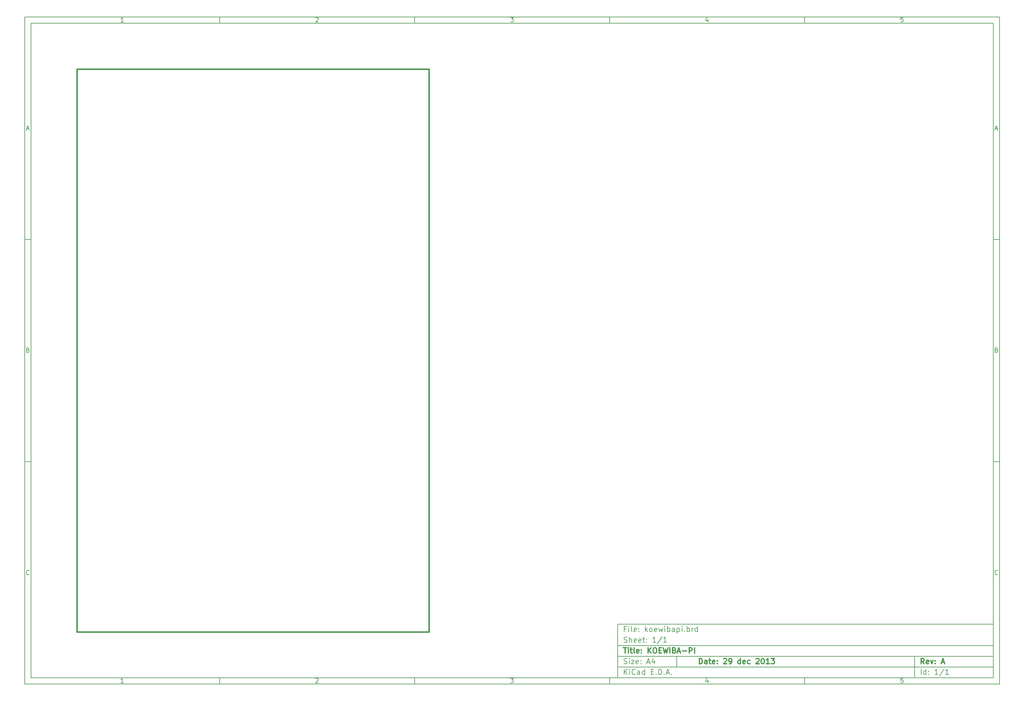
<source format=gbr>
G04 (created by PCBNEW-RS274X (2011-05-25)-stable) date So 29 Dez 2013 11:19:09 CET*
G01*
G70*
G90*
%MOIN*%
G04 Gerber Fmt 3.4, Leading zero omitted, Abs format*
%FSLAX34Y34*%
G04 APERTURE LIST*
%ADD10C,0.006000*%
%ADD11C,0.012000*%
%ADD12C,0.015000*%
G04 APERTURE END LIST*
G54D10*
X04000Y-04000D02*
X113000Y-04000D01*
X113000Y-78670D01*
X04000Y-78670D01*
X04000Y-04000D01*
X04700Y-04700D02*
X112300Y-04700D01*
X112300Y-77970D01*
X04700Y-77970D01*
X04700Y-04700D01*
X25800Y-04000D02*
X25800Y-04700D01*
X15043Y-04552D02*
X14757Y-04552D01*
X14900Y-04552D02*
X14900Y-04052D01*
X14852Y-04124D01*
X14805Y-04171D01*
X14757Y-04195D01*
X25800Y-78670D02*
X25800Y-77970D01*
X15043Y-78522D02*
X14757Y-78522D01*
X14900Y-78522D02*
X14900Y-78022D01*
X14852Y-78094D01*
X14805Y-78141D01*
X14757Y-78165D01*
X47600Y-04000D02*
X47600Y-04700D01*
X36557Y-04100D02*
X36581Y-04076D01*
X36629Y-04052D01*
X36748Y-04052D01*
X36795Y-04076D01*
X36819Y-04100D01*
X36843Y-04148D01*
X36843Y-04195D01*
X36819Y-04267D01*
X36533Y-04552D01*
X36843Y-04552D01*
X47600Y-78670D02*
X47600Y-77970D01*
X36557Y-78070D02*
X36581Y-78046D01*
X36629Y-78022D01*
X36748Y-78022D01*
X36795Y-78046D01*
X36819Y-78070D01*
X36843Y-78118D01*
X36843Y-78165D01*
X36819Y-78237D01*
X36533Y-78522D01*
X36843Y-78522D01*
X69400Y-04000D02*
X69400Y-04700D01*
X58333Y-04052D02*
X58643Y-04052D01*
X58476Y-04243D01*
X58548Y-04243D01*
X58595Y-04267D01*
X58619Y-04290D01*
X58643Y-04338D01*
X58643Y-04457D01*
X58619Y-04505D01*
X58595Y-04529D01*
X58548Y-04552D01*
X58405Y-04552D01*
X58357Y-04529D01*
X58333Y-04505D01*
X69400Y-78670D02*
X69400Y-77970D01*
X58333Y-78022D02*
X58643Y-78022D01*
X58476Y-78213D01*
X58548Y-78213D01*
X58595Y-78237D01*
X58619Y-78260D01*
X58643Y-78308D01*
X58643Y-78427D01*
X58619Y-78475D01*
X58595Y-78499D01*
X58548Y-78522D01*
X58405Y-78522D01*
X58357Y-78499D01*
X58333Y-78475D01*
X91200Y-04000D02*
X91200Y-04700D01*
X80395Y-04219D02*
X80395Y-04552D01*
X80276Y-04029D02*
X80157Y-04386D01*
X80467Y-04386D01*
X91200Y-78670D02*
X91200Y-77970D01*
X80395Y-78189D02*
X80395Y-78522D01*
X80276Y-77999D02*
X80157Y-78356D01*
X80467Y-78356D01*
X102219Y-04052D02*
X101981Y-04052D01*
X101957Y-04290D01*
X101981Y-04267D01*
X102029Y-04243D01*
X102148Y-04243D01*
X102195Y-04267D01*
X102219Y-04290D01*
X102243Y-04338D01*
X102243Y-04457D01*
X102219Y-04505D01*
X102195Y-04529D01*
X102148Y-04552D01*
X102029Y-04552D01*
X101981Y-04529D01*
X101957Y-04505D01*
X102219Y-78022D02*
X101981Y-78022D01*
X101957Y-78260D01*
X101981Y-78237D01*
X102029Y-78213D01*
X102148Y-78213D01*
X102195Y-78237D01*
X102219Y-78260D01*
X102243Y-78308D01*
X102243Y-78427D01*
X102219Y-78475D01*
X102195Y-78499D01*
X102148Y-78522D01*
X102029Y-78522D01*
X101981Y-78499D01*
X101957Y-78475D01*
X04000Y-28890D02*
X04700Y-28890D01*
X04231Y-16510D02*
X04469Y-16510D01*
X04184Y-16652D02*
X04350Y-16152D01*
X04517Y-16652D01*
X113000Y-28890D02*
X112300Y-28890D01*
X112531Y-16510D02*
X112769Y-16510D01*
X112484Y-16652D02*
X112650Y-16152D01*
X112817Y-16652D01*
X04000Y-53780D02*
X04700Y-53780D01*
X04386Y-41280D02*
X04457Y-41304D01*
X04481Y-41328D01*
X04505Y-41376D01*
X04505Y-41447D01*
X04481Y-41495D01*
X04457Y-41519D01*
X04410Y-41542D01*
X04219Y-41542D01*
X04219Y-41042D01*
X04386Y-41042D01*
X04433Y-41066D01*
X04457Y-41090D01*
X04481Y-41138D01*
X04481Y-41185D01*
X04457Y-41233D01*
X04433Y-41257D01*
X04386Y-41280D01*
X04219Y-41280D01*
X113000Y-53780D02*
X112300Y-53780D01*
X112686Y-41280D02*
X112757Y-41304D01*
X112781Y-41328D01*
X112805Y-41376D01*
X112805Y-41447D01*
X112781Y-41495D01*
X112757Y-41519D01*
X112710Y-41542D01*
X112519Y-41542D01*
X112519Y-41042D01*
X112686Y-41042D01*
X112733Y-41066D01*
X112757Y-41090D01*
X112781Y-41138D01*
X112781Y-41185D01*
X112757Y-41233D01*
X112733Y-41257D01*
X112686Y-41280D01*
X112519Y-41280D01*
X04505Y-66385D02*
X04481Y-66409D01*
X04410Y-66432D01*
X04362Y-66432D01*
X04290Y-66409D01*
X04243Y-66361D01*
X04219Y-66313D01*
X04195Y-66218D01*
X04195Y-66147D01*
X04219Y-66051D01*
X04243Y-66004D01*
X04290Y-65956D01*
X04362Y-65932D01*
X04410Y-65932D01*
X04481Y-65956D01*
X04505Y-65980D01*
X112805Y-66385D02*
X112781Y-66409D01*
X112710Y-66432D01*
X112662Y-66432D01*
X112590Y-66409D01*
X112543Y-66361D01*
X112519Y-66313D01*
X112495Y-66218D01*
X112495Y-66147D01*
X112519Y-66051D01*
X112543Y-66004D01*
X112590Y-65956D01*
X112662Y-65932D01*
X112710Y-65932D01*
X112781Y-65956D01*
X112805Y-65980D01*
G54D11*
X79443Y-76413D02*
X79443Y-75813D01*
X79586Y-75813D01*
X79671Y-75841D01*
X79729Y-75899D01*
X79757Y-75956D01*
X79786Y-76070D01*
X79786Y-76156D01*
X79757Y-76270D01*
X79729Y-76327D01*
X79671Y-76384D01*
X79586Y-76413D01*
X79443Y-76413D01*
X80300Y-76413D02*
X80300Y-76099D01*
X80271Y-76041D01*
X80214Y-76013D01*
X80100Y-76013D01*
X80043Y-76041D01*
X80300Y-76384D02*
X80243Y-76413D01*
X80100Y-76413D01*
X80043Y-76384D01*
X80014Y-76327D01*
X80014Y-76270D01*
X80043Y-76213D01*
X80100Y-76184D01*
X80243Y-76184D01*
X80300Y-76156D01*
X80500Y-76013D02*
X80729Y-76013D01*
X80586Y-75813D02*
X80586Y-76327D01*
X80614Y-76384D01*
X80672Y-76413D01*
X80729Y-76413D01*
X81157Y-76384D02*
X81100Y-76413D01*
X80986Y-76413D01*
X80929Y-76384D01*
X80900Y-76327D01*
X80900Y-76099D01*
X80929Y-76041D01*
X80986Y-76013D01*
X81100Y-76013D01*
X81157Y-76041D01*
X81186Y-76099D01*
X81186Y-76156D01*
X80900Y-76213D01*
X81443Y-76356D02*
X81471Y-76384D01*
X81443Y-76413D01*
X81414Y-76384D01*
X81443Y-76356D01*
X81443Y-76413D01*
X81443Y-76041D02*
X81471Y-76070D01*
X81443Y-76099D01*
X81414Y-76070D01*
X81443Y-76041D01*
X81443Y-76099D01*
X82157Y-75870D02*
X82186Y-75841D01*
X82243Y-75813D01*
X82386Y-75813D01*
X82443Y-75841D01*
X82472Y-75870D01*
X82500Y-75927D01*
X82500Y-75984D01*
X82472Y-76070D01*
X82129Y-76413D01*
X82500Y-76413D01*
X82785Y-76413D02*
X82900Y-76413D01*
X82957Y-76384D01*
X82985Y-76356D01*
X83043Y-76270D01*
X83071Y-76156D01*
X83071Y-75927D01*
X83043Y-75870D01*
X83014Y-75841D01*
X82957Y-75813D01*
X82843Y-75813D01*
X82785Y-75841D01*
X82757Y-75870D01*
X82728Y-75927D01*
X82728Y-76070D01*
X82757Y-76127D01*
X82785Y-76156D01*
X82843Y-76184D01*
X82957Y-76184D01*
X83014Y-76156D01*
X83043Y-76127D01*
X83071Y-76070D01*
X84042Y-76413D02*
X84042Y-75813D01*
X84042Y-76384D02*
X83985Y-76413D01*
X83871Y-76413D01*
X83813Y-76384D01*
X83785Y-76356D01*
X83756Y-76299D01*
X83756Y-76127D01*
X83785Y-76070D01*
X83813Y-76041D01*
X83871Y-76013D01*
X83985Y-76013D01*
X84042Y-76041D01*
X84556Y-76384D02*
X84499Y-76413D01*
X84385Y-76413D01*
X84328Y-76384D01*
X84299Y-76327D01*
X84299Y-76099D01*
X84328Y-76041D01*
X84385Y-76013D01*
X84499Y-76013D01*
X84556Y-76041D01*
X84585Y-76099D01*
X84585Y-76156D01*
X84299Y-76213D01*
X85099Y-76384D02*
X85042Y-76413D01*
X84928Y-76413D01*
X84870Y-76384D01*
X84842Y-76356D01*
X84813Y-76299D01*
X84813Y-76127D01*
X84842Y-76070D01*
X84870Y-76041D01*
X84928Y-76013D01*
X85042Y-76013D01*
X85099Y-76041D01*
X85784Y-75870D02*
X85813Y-75841D01*
X85870Y-75813D01*
X86013Y-75813D01*
X86070Y-75841D01*
X86099Y-75870D01*
X86127Y-75927D01*
X86127Y-75984D01*
X86099Y-76070D01*
X85756Y-76413D01*
X86127Y-76413D01*
X86498Y-75813D02*
X86555Y-75813D01*
X86612Y-75841D01*
X86641Y-75870D01*
X86670Y-75927D01*
X86698Y-76041D01*
X86698Y-76184D01*
X86670Y-76299D01*
X86641Y-76356D01*
X86612Y-76384D01*
X86555Y-76413D01*
X86498Y-76413D01*
X86441Y-76384D01*
X86412Y-76356D01*
X86384Y-76299D01*
X86355Y-76184D01*
X86355Y-76041D01*
X86384Y-75927D01*
X86412Y-75870D01*
X86441Y-75841D01*
X86498Y-75813D01*
X87269Y-76413D02*
X86926Y-76413D01*
X87098Y-76413D02*
X87098Y-75813D01*
X87041Y-75899D01*
X86983Y-75956D01*
X86926Y-75984D01*
X87469Y-75813D02*
X87840Y-75813D01*
X87640Y-76041D01*
X87726Y-76041D01*
X87783Y-76070D01*
X87812Y-76099D01*
X87840Y-76156D01*
X87840Y-76299D01*
X87812Y-76356D01*
X87783Y-76384D01*
X87726Y-76413D01*
X87554Y-76413D01*
X87497Y-76384D01*
X87469Y-76356D01*
G54D10*
X71043Y-77613D02*
X71043Y-77013D01*
X71386Y-77613D02*
X71129Y-77270D01*
X71386Y-77013D02*
X71043Y-77356D01*
X71643Y-77613D02*
X71643Y-77213D01*
X71643Y-77013D02*
X71614Y-77041D01*
X71643Y-77070D01*
X71671Y-77041D01*
X71643Y-77013D01*
X71643Y-77070D01*
X72272Y-77556D02*
X72243Y-77584D01*
X72157Y-77613D01*
X72100Y-77613D01*
X72015Y-77584D01*
X71957Y-77527D01*
X71929Y-77470D01*
X71900Y-77356D01*
X71900Y-77270D01*
X71929Y-77156D01*
X71957Y-77099D01*
X72015Y-77041D01*
X72100Y-77013D01*
X72157Y-77013D01*
X72243Y-77041D01*
X72272Y-77070D01*
X72786Y-77613D02*
X72786Y-77299D01*
X72757Y-77241D01*
X72700Y-77213D01*
X72586Y-77213D01*
X72529Y-77241D01*
X72786Y-77584D02*
X72729Y-77613D01*
X72586Y-77613D01*
X72529Y-77584D01*
X72500Y-77527D01*
X72500Y-77470D01*
X72529Y-77413D01*
X72586Y-77384D01*
X72729Y-77384D01*
X72786Y-77356D01*
X73329Y-77613D02*
X73329Y-77013D01*
X73329Y-77584D02*
X73272Y-77613D01*
X73158Y-77613D01*
X73100Y-77584D01*
X73072Y-77556D01*
X73043Y-77499D01*
X73043Y-77327D01*
X73072Y-77270D01*
X73100Y-77241D01*
X73158Y-77213D01*
X73272Y-77213D01*
X73329Y-77241D01*
X74072Y-77299D02*
X74272Y-77299D01*
X74358Y-77613D02*
X74072Y-77613D01*
X74072Y-77013D01*
X74358Y-77013D01*
X74615Y-77556D02*
X74643Y-77584D01*
X74615Y-77613D01*
X74586Y-77584D01*
X74615Y-77556D01*
X74615Y-77613D01*
X74901Y-77613D02*
X74901Y-77013D01*
X75044Y-77013D01*
X75129Y-77041D01*
X75187Y-77099D01*
X75215Y-77156D01*
X75244Y-77270D01*
X75244Y-77356D01*
X75215Y-77470D01*
X75187Y-77527D01*
X75129Y-77584D01*
X75044Y-77613D01*
X74901Y-77613D01*
X75501Y-77556D02*
X75529Y-77584D01*
X75501Y-77613D01*
X75472Y-77584D01*
X75501Y-77556D01*
X75501Y-77613D01*
X75758Y-77441D02*
X76044Y-77441D01*
X75701Y-77613D02*
X75901Y-77013D01*
X76101Y-77613D01*
X76301Y-77556D02*
X76329Y-77584D01*
X76301Y-77613D01*
X76272Y-77584D01*
X76301Y-77556D01*
X76301Y-77613D01*
G54D11*
X104586Y-76413D02*
X104386Y-76127D01*
X104243Y-76413D02*
X104243Y-75813D01*
X104471Y-75813D01*
X104529Y-75841D01*
X104557Y-75870D01*
X104586Y-75927D01*
X104586Y-76013D01*
X104557Y-76070D01*
X104529Y-76099D01*
X104471Y-76127D01*
X104243Y-76127D01*
X105071Y-76384D02*
X105014Y-76413D01*
X104900Y-76413D01*
X104843Y-76384D01*
X104814Y-76327D01*
X104814Y-76099D01*
X104843Y-76041D01*
X104900Y-76013D01*
X105014Y-76013D01*
X105071Y-76041D01*
X105100Y-76099D01*
X105100Y-76156D01*
X104814Y-76213D01*
X105300Y-76013D02*
X105443Y-76413D01*
X105585Y-76013D01*
X105814Y-76356D02*
X105842Y-76384D01*
X105814Y-76413D01*
X105785Y-76384D01*
X105814Y-76356D01*
X105814Y-76413D01*
X105814Y-76041D02*
X105842Y-76070D01*
X105814Y-76099D01*
X105785Y-76070D01*
X105814Y-76041D01*
X105814Y-76099D01*
X106528Y-76241D02*
X106814Y-76241D01*
X106471Y-76413D02*
X106671Y-75813D01*
X106871Y-76413D01*
G54D10*
X71014Y-76384D02*
X71100Y-76413D01*
X71243Y-76413D01*
X71300Y-76384D01*
X71329Y-76356D01*
X71357Y-76299D01*
X71357Y-76241D01*
X71329Y-76184D01*
X71300Y-76156D01*
X71243Y-76127D01*
X71129Y-76099D01*
X71071Y-76070D01*
X71043Y-76041D01*
X71014Y-75984D01*
X71014Y-75927D01*
X71043Y-75870D01*
X71071Y-75841D01*
X71129Y-75813D01*
X71271Y-75813D01*
X71357Y-75841D01*
X71614Y-76413D02*
X71614Y-76013D01*
X71614Y-75813D02*
X71585Y-75841D01*
X71614Y-75870D01*
X71642Y-75841D01*
X71614Y-75813D01*
X71614Y-75870D01*
X71843Y-76013D02*
X72157Y-76013D01*
X71843Y-76413D01*
X72157Y-76413D01*
X72614Y-76384D02*
X72557Y-76413D01*
X72443Y-76413D01*
X72386Y-76384D01*
X72357Y-76327D01*
X72357Y-76099D01*
X72386Y-76041D01*
X72443Y-76013D01*
X72557Y-76013D01*
X72614Y-76041D01*
X72643Y-76099D01*
X72643Y-76156D01*
X72357Y-76213D01*
X72900Y-76356D02*
X72928Y-76384D01*
X72900Y-76413D01*
X72871Y-76384D01*
X72900Y-76356D01*
X72900Y-76413D01*
X72900Y-76041D02*
X72928Y-76070D01*
X72900Y-76099D01*
X72871Y-76070D01*
X72900Y-76041D01*
X72900Y-76099D01*
X73614Y-76241D02*
X73900Y-76241D01*
X73557Y-76413D02*
X73757Y-75813D01*
X73957Y-76413D01*
X74414Y-76013D02*
X74414Y-76413D01*
X74271Y-75784D02*
X74128Y-76213D01*
X74500Y-76213D01*
X104243Y-77613D02*
X104243Y-77013D01*
X104786Y-77613D02*
X104786Y-77013D01*
X104786Y-77584D02*
X104729Y-77613D01*
X104615Y-77613D01*
X104557Y-77584D01*
X104529Y-77556D01*
X104500Y-77499D01*
X104500Y-77327D01*
X104529Y-77270D01*
X104557Y-77241D01*
X104615Y-77213D01*
X104729Y-77213D01*
X104786Y-77241D01*
X105072Y-77556D02*
X105100Y-77584D01*
X105072Y-77613D01*
X105043Y-77584D01*
X105072Y-77556D01*
X105072Y-77613D01*
X105072Y-77241D02*
X105100Y-77270D01*
X105072Y-77299D01*
X105043Y-77270D01*
X105072Y-77241D01*
X105072Y-77299D01*
X106129Y-77613D02*
X105786Y-77613D01*
X105958Y-77613D02*
X105958Y-77013D01*
X105901Y-77099D01*
X105843Y-77156D01*
X105786Y-77184D01*
X106814Y-76984D02*
X106300Y-77756D01*
X107329Y-77613D02*
X106986Y-77613D01*
X107158Y-77613D02*
X107158Y-77013D01*
X107101Y-77099D01*
X107043Y-77156D01*
X106986Y-77184D01*
G54D11*
X70957Y-74613D02*
X71300Y-74613D01*
X71129Y-75213D02*
X71129Y-74613D01*
X71500Y-75213D02*
X71500Y-74813D01*
X71500Y-74613D02*
X71471Y-74641D01*
X71500Y-74670D01*
X71528Y-74641D01*
X71500Y-74613D01*
X71500Y-74670D01*
X71700Y-74813D02*
X71929Y-74813D01*
X71786Y-74613D02*
X71786Y-75127D01*
X71814Y-75184D01*
X71872Y-75213D01*
X71929Y-75213D01*
X72215Y-75213D02*
X72157Y-75184D01*
X72129Y-75127D01*
X72129Y-74613D01*
X72671Y-75184D02*
X72614Y-75213D01*
X72500Y-75213D01*
X72443Y-75184D01*
X72414Y-75127D01*
X72414Y-74899D01*
X72443Y-74841D01*
X72500Y-74813D01*
X72614Y-74813D01*
X72671Y-74841D01*
X72700Y-74899D01*
X72700Y-74956D01*
X72414Y-75013D01*
X72957Y-75156D02*
X72985Y-75184D01*
X72957Y-75213D01*
X72928Y-75184D01*
X72957Y-75156D01*
X72957Y-75213D01*
X72957Y-74841D02*
X72985Y-74870D01*
X72957Y-74899D01*
X72928Y-74870D01*
X72957Y-74841D01*
X72957Y-74899D01*
X73700Y-75213D02*
X73700Y-74613D01*
X74043Y-75213D02*
X73786Y-74870D01*
X74043Y-74613D02*
X73700Y-74956D01*
X74414Y-74613D02*
X74528Y-74613D01*
X74586Y-74641D01*
X74643Y-74699D01*
X74671Y-74813D01*
X74671Y-75013D01*
X74643Y-75127D01*
X74586Y-75184D01*
X74528Y-75213D01*
X74414Y-75213D01*
X74357Y-75184D01*
X74300Y-75127D01*
X74271Y-75013D01*
X74271Y-74813D01*
X74300Y-74699D01*
X74357Y-74641D01*
X74414Y-74613D01*
X74929Y-74899D02*
X75129Y-74899D01*
X75215Y-75213D02*
X74929Y-75213D01*
X74929Y-74613D01*
X75215Y-74613D01*
X75415Y-74613D02*
X75558Y-75213D01*
X75672Y-74784D01*
X75786Y-75213D01*
X75929Y-74613D01*
X76158Y-75213D02*
X76158Y-74613D01*
X76644Y-74899D02*
X76730Y-74927D01*
X76758Y-74956D01*
X76787Y-75013D01*
X76787Y-75099D01*
X76758Y-75156D01*
X76730Y-75184D01*
X76672Y-75213D01*
X76444Y-75213D01*
X76444Y-74613D01*
X76644Y-74613D01*
X76701Y-74641D01*
X76730Y-74670D01*
X76758Y-74727D01*
X76758Y-74784D01*
X76730Y-74841D01*
X76701Y-74870D01*
X76644Y-74899D01*
X76444Y-74899D01*
X77015Y-75041D02*
X77301Y-75041D01*
X76958Y-75213D02*
X77158Y-74613D01*
X77358Y-75213D01*
X77558Y-74984D02*
X78015Y-74984D01*
X78301Y-75213D02*
X78301Y-74613D01*
X78529Y-74613D01*
X78587Y-74641D01*
X78615Y-74670D01*
X78644Y-74727D01*
X78644Y-74813D01*
X78615Y-74870D01*
X78587Y-74899D01*
X78529Y-74927D01*
X78301Y-74927D01*
X78901Y-75213D02*
X78901Y-74613D01*
G54D10*
X71243Y-72499D02*
X71043Y-72499D01*
X71043Y-72813D02*
X71043Y-72213D01*
X71329Y-72213D01*
X71557Y-72813D02*
X71557Y-72413D01*
X71557Y-72213D02*
X71528Y-72241D01*
X71557Y-72270D01*
X71585Y-72241D01*
X71557Y-72213D01*
X71557Y-72270D01*
X71929Y-72813D02*
X71871Y-72784D01*
X71843Y-72727D01*
X71843Y-72213D01*
X72385Y-72784D02*
X72328Y-72813D01*
X72214Y-72813D01*
X72157Y-72784D01*
X72128Y-72727D01*
X72128Y-72499D01*
X72157Y-72441D01*
X72214Y-72413D01*
X72328Y-72413D01*
X72385Y-72441D01*
X72414Y-72499D01*
X72414Y-72556D01*
X72128Y-72613D01*
X72671Y-72756D02*
X72699Y-72784D01*
X72671Y-72813D01*
X72642Y-72784D01*
X72671Y-72756D01*
X72671Y-72813D01*
X72671Y-72441D02*
X72699Y-72470D01*
X72671Y-72499D01*
X72642Y-72470D01*
X72671Y-72441D01*
X72671Y-72499D01*
X73414Y-72813D02*
X73414Y-72213D01*
X73471Y-72584D02*
X73642Y-72813D01*
X73642Y-72413D02*
X73414Y-72641D01*
X73986Y-72813D02*
X73928Y-72784D01*
X73900Y-72756D01*
X73871Y-72699D01*
X73871Y-72527D01*
X73900Y-72470D01*
X73928Y-72441D01*
X73986Y-72413D01*
X74071Y-72413D01*
X74128Y-72441D01*
X74157Y-72470D01*
X74186Y-72527D01*
X74186Y-72699D01*
X74157Y-72756D01*
X74128Y-72784D01*
X74071Y-72813D01*
X73986Y-72813D01*
X74671Y-72784D02*
X74614Y-72813D01*
X74500Y-72813D01*
X74443Y-72784D01*
X74414Y-72727D01*
X74414Y-72499D01*
X74443Y-72441D01*
X74500Y-72413D01*
X74614Y-72413D01*
X74671Y-72441D01*
X74700Y-72499D01*
X74700Y-72556D01*
X74414Y-72613D01*
X74900Y-72413D02*
X75014Y-72813D01*
X75128Y-72527D01*
X75243Y-72813D01*
X75357Y-72413D01*
X75586Y-72813D02*
X75586Y-72413D01*
X75586Y-72213D02*
X75557Y-72241D01*
X75586Y-72270D01*
X75614Y-72241D01*
X75586Y-72213D01*
X75586Y-72270D01*
X75872Y-72813D02*
X75872Y-72213D01*
X75872Y-72441D02*
X75929Y-72413D01*
X76043Y-72413D01*
X76100Y-72441D01*
X76129Y-72470D01*
X76158Y-72527D01*
X76158Y-72699D01*
X76129Y-72756D01*
X76100Y-72784D01*
X76043Y-72813D01*
X75929Y-72813D01*
X75872Y-72784D01*
X76672Y-72813D02*
X76672Y-72499D01*
X76643Y-72441D01*
X76586Y-72413D01*
X76472Y-72413D01*
X76415Y-72441D01*
X76672Y-72784D02*
X76615Y-72813D01*
X76472Y-72813D01*
X76415Y-72784D01*
X76386Y-72727D01*
X76386Y-72670D01*
X76415Y-72613D01*
X76472Y-72584D01*
X76615Y-72584D01*
X76672Y-72556D01*
X76958Y-72413D02*
X76958Y-73013D01*
X76958Y-72441D02*
X77015Y-72413D01*
X77129Y-72413D01*
X77186Y-72441D01*
X77215Y-72470D01*
X77244Y-72527D01*
X77244Y-72699D01*
X77215Y-72756D01*
X77186Y-72784D01*
X77129Y-72813D01*
X77015Y-72813D01*
X76958Y-72784D01*
X77501Y-72813D02*
X77501Y-72413D01*
X77501Y-72213D02*
X77472Y-72241D01*
X77501Y-72270D01*
X77529Y-72241D01*
X77501Y-72213D01*
X77501Y-72270D01*
X77787Y-72756D02*
X77815Y-72784D01*
X77787Y-72813D01*
X77758Y-72784D01*
X77787Y-72756D01*
X77787Y-72813D01*
X78073Y-72813D02*
X78073Y-72213D01*
X78073Y-72441D02*
X78130Y-72413D01*
X78244Y-72413D01*
X78301Y-72441D01*
X78330Y-72470D01*
X78359Y-72527D01*
X78359Y-72699D01*
X78330Y-72756D01*
X78301Y-72784D01*
X78244Y-72813D01*
X78130Y-72813D01*
X78073Y-72784D01*
X78616Y-72813D02*
X78616Y-72413D01*
X78616Y-72527D02*
X78644Y-72470D01*
X78673Y-72441D01*
X78730Y-72413D01*
X78787Y-72413D01*
X79244Y-72813D02*
X79244Y-72213D01*
X79244Y-72784D02*
X79187Y-72813D01*
X79073Y-72813D01*
X79015Y-72784D01*
X78987Y-72756D01*
X78958Y-72699D01*
X78958Y-72527D01*
X78987Y-72470D01*
X79015Y-72441D01*
X79073Y-72413D01*
X79187Y-72413D01*
X79244Y-72441D01*
X71014Y-73984D02*
X71100Y-74013D01*
X71243Y-74013D01*
X71300Y-73984D01*
X71329Y-73956D01*
X71357Y-73899D01*
X71357Y-73841D01*
X71329Y-73784D01*
X71300Y-73756D01*
X71243Y-73727D01*
X71129Y-73699D01*
X71071Y-73670D01*
X71043Y-73641D01*
X71014Y-73584D01*
X71014Y-73527D01*
X71043Y-73470D01*
X71071Y-73441D01*
X71129Y-73413D01*
X71271Y-73413D01*
X71357Y-73441D01*
X71614Y-74013D02*
X71614Y-73413D01*
X71871Y-74013D02*
X71871Y-73699D01*
X71842Y-73641D01*
X71785Y-73613D01*
X71700Y-73613D01*
X71642Y-73641D01*
X71614Y-73670D01*
X72385Y-73984D02*
X72328Y-74013D01*
X72214Y-74013D01*
X72157Y-73984D01*
X72128Y-73927D01*
X72128Y-73699D01*
X72157Y-73641D01*
X72214Y-73613D01*
X72328Y-73613D01*
X72385Y-73641D01*
X72414Y-73699D01*
X72414Y-73756D01*
X72128Y-73813D01*
X72899Y-73984D02*
X72842Y-74013D01*
X72728Y-74013D01*
X72671Y-73984D01*
X72642Y-73927D01*
X72642Y-73699D01*
X72671Y-73641D01*
X72728Y-73613D01*
X72842Y-73613D01*
X72899Y-73641D01*
X72928Y-73699D01*
X72928Y-73756D01*
X72642Y-73813D01*
X73099Y-73613D02*
X73328Y-73613D01*
X73185Y-73413D02*
X73185Y-73927D01*
X73213Y-73984D01*
X73271Y-74013D01*
X73328Y-74013D01*
X73528Y-73956D02*
X73556Y-73984D01*
X73528Y-74013D01*
X73499Y-73984D01*
X73528Y-73956D01*
X73528Y-74013D01*
X73528Y-73641D02*
X73556Y-73670D01*
X73528Y-73699D01*
X73499Y-73670D01*
X73528Y-73641D01*
X73528Y-73699D01*
X74585Y-74013D02*
X74242Y-74013D01*
X74414Y-74013D02*
X74414Y-73413D01*
X74357Y-73499D01*
X74299Y-73556D01*
X74242Y-73584D01*
X75270Y-73384D02*
X74756Y-74156D01*
X75785Y-74013D02*
X75442Y-74013D01*
X75614Y-74013D02*
X75614Y-73413D01*
X75557Y-73499D01*
X75499Y-73556D01*
X75442Y-73584D01*
X70300Y-71970D02*
X70300Y-77970D01*
X70300Y-71970D02*
X112300Y-71970D01*
X70300Y-71970D02*
X112300Y-71970D01*
X70300Y-74370D02*
X112300Y-74370D01*
X103500Y-75570D02*
X103500Y-77970D01*
X70300Y-76770D02*
X112300Y-76770D01*
X70300Y-75570D02*
X112300Y-75570D01*
X76900Y-75570D02*
X76900Y-76770D01*
G54D12*
X09843Y-72834D02*
X09843Y-09842D01*
X49213Y-72835D02*
X09843Y-72835D01*
X49213Y-09843D02*
X49213Y-72835D01*
X09843Y-09843D02*
X49213Y-09843D01*
M02*

</source>
